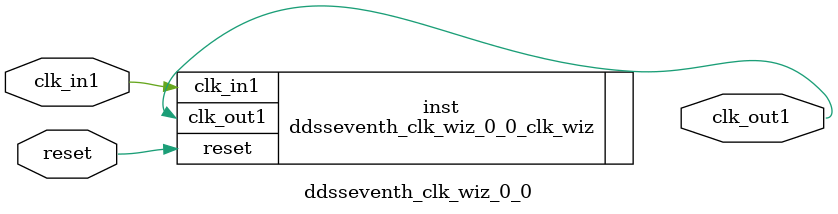
<source format=v>


`timescale 1ps/1ps

(* CORE_GENERATION_INFO = "ddsseventh_clk_wiz_0_0,clk_wiz_v6_0_11_0_0,{component_name=ddsseventh_clk_wiz_0_0,use_phase_alignment=true,use_min_o_jitter=false,use_max_i_jitter=false,use_dyn_phase_shift=false,use_inclk_switchover=false,use_dyn_reconfig=false,enable_axi=0,feedback_source=FDBK_AUTO,PRIMITIVE=MMCM,num_out_clk=1,clkin1_period=10.000,clkin2_period=10.000,use_power_down=false,use_reset=true,use_locked=false,use_inclk_stopped=false,feedback_type=SINGLE,CLOCK_MGR_TYPE=NA,manual_override=false}" *)

module ddsseventh_clk_wiz_0_0 
 (
  // Clock out ports
  output        clk_out1,
  // Status and control signals
  input         reset,
 // Clock in ports
  input         clk_in1
 );

  ddsseventh_clk_wiz_0_0_clk_wiz inst
  (
  // Clock out ports  
  .clk_out1(clk_out1),
  // Status and control signals               
  .reset(reset), 
 // Clock in ports
  .clk_in1(clk_in1)
  );

endmodule

</source>
